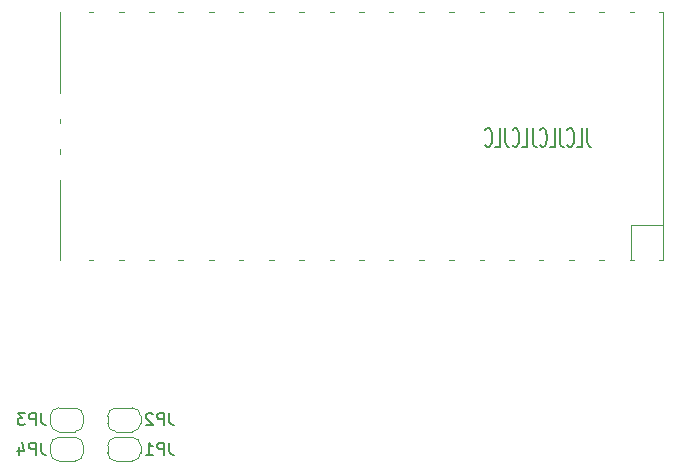
<source format=gbo>
G04 #@! TF.GenerationSoftware,KiCad,Pcbnew,(6.0.2)*
G04 #@! TF.CreationDate,2022-07-10T22:32:38+10:00*
G04 #@! TF.ProjectId,usb_xwitch,7573625f-7877-4697-9463-682e6b696361,0.1*
G04 #@! TF.SameCoordinates,Original*
G04 #@! TF.FileFunction,Legend,Bot*
G04 #@! TF.FilePolarity,Positive*
%FSLAX46Y46*%
G04 Gerber Fmt 4.6, Leading zero omitted, Abs format (unit mm)*
G04 Created by KiCad (PCBNEW (6.0.2)) date 2022-07-10 22:32:38*
%MOMM*%
%LPD*%
G01*
G04 APERTURE LIST*
G04 Aperture macros list*
%AMFreePoly0*
4,1,22,0.500000,-0.750000,0.000000,-0.750000,0.000000,-0.745033,-0.079941,-0.743568,-0.215256,-0.701293,-0.333266,-0.622738,-0.424486,-0.514219,-0.481581,-0.384460,-0.499164,-0.250000,-0.500000,-0.250000,-0.500000,0.250000,-0.499164,0.250000,-0.499963,0.256109,-0.478152,0.396186,-0.417904,0.524511,-0.324060,0.630769,-0.204165,0.706417,-0.067858,0.745374,0.000000,0.744959,0.000000,0.750000,
0.500000,0.750000,0.500000,-0.750000,0.500000,-0.750000,$1*%
%AMFreePoly1*
4,1,20,0.000000,0.744959,0.073905,0.744508,0.209726,0.703889,0.328688,0.626782,0.421226,0.519385,0.479903,0.390333,0.500000,0.250000,0.500000,-0.250000,0.499851,-0.262216,0.476331,-0.402017,0.414519,-0.529596,0.319384,-0.634700,0.198574,-0.708877,0.061801,-0.746166,0.000000,-0.745033,0.000000,-0.750000,-0.500000,-0.750000,-0.500000,0.750000,0.000000,0.750000,0.000000,0.744959,
0.000000,0.744959,$1*%
G04 Aperture macros list end*
%ADD10C,0.200000*%
%ADD11C,0.150000*%
%ADD12C,0.120000*%
%ADD13C,1.200000*%
%ADD14C,3.500000*%
%ADD15R,1.700000X1.700000*%
%ADD16O,1.700000X1.700000*%
%ADD17O,1.800000X1.800000*%
%ADD18O,1.500000X1.500000*%
%ADD19R,1.700000X3.500000*%
%ADD20R,3.500000X1.700000*%
%ADD21FreePoly0,0.000000*%
%ADD22FreePoly1,0.000000*%
G04 APERTURE END LIST*
D10*
X158857142Y-107323809D02*
X158857142Y-108466666D01*
X158900000Y-108695238D01*
X158985714Y-108847619D01*
X159114285Y-108923809D01*
X159200000Y-108923809D01*
X158000000Y-108923809D02*
X158428571Y-108923809D01*
X158428571Y-107323809D01*
X157185714Y-108771428D02*
X157228571Y-108847619D01*
X157357142Y-108923809D01*
X157442857Y-108923809D01*
X157571428Y-108847619D01*
X157657142Y-108695238D01*
X157700000Y-108542857D01*
X157742857Y-108238095D01*
X157742857Y-108009523D01*
X157700000Y-107704761D01*
X157657142Y-107552380D01*
X157571428Y-107400000D01*
X157442857Y-107323809D01*
X157357142Y-107323809D01*
X157228571Y-107400000D01*
X157185714Y-107476190D01*
X156542857Y-107323809D02*
X156542857Y-108466666D01*
X156585714Y-108695238D01*
X156671428Y-108847619D01*
X156800000Y-108923809D01*
X156885714Y-108923809D01*
X155685714Y-108923809D02*
X156114285Y-108923809D01*
X156114285Y-107323809D01*
X154871428Y-108771428D02*
X154914285Y-108847619D01*
X155042857Y-108923809D01*
X155128571Y-108923809D01*
X155257142Y-108847619D01*
X155342857Y-108695238D01*
X155385714Y-108542857D01*
X155428571Y-108238095D01*
X155428571Y-108009523D01*
X155385714Y-107704761D01*
X155342857Y-107552380D01*
X155257142Y-107400000D01*
X155128571Y-107323809D01*
X155042857Y-107323809D01*
X154914285Y-107400000D01*
X154871428Y-107476190D01*
X154228571Y-107323809D02*
X154228571Y-108466666D01*
X154271428Y-108695238D01*
X154357142Y-108847619D01*
X154485714Y-108923809D01*
X154571428Y-108923809D01*
X153371428Y-108923809D02*
X153800000Y-108923809D01*
X153800000Y-107323809D01*
X152557142Y-108771428D02*
X152600000Y-108847619D01*
X152728571Y-108923809D01*
X152814285Y-108923809D01*
X152942857Y-108847619D01*
X153028571Y-108695238D01*
X153071428Y-108542857D01*
X153114285Y-108238095D01*
X153114285Y-108009523D01*
X153071428Y-107704761D01*
X153028571Y-107552380D01*
X152942857Y-107400000D01*
X152814285Y-107323809D01*
X152728571Y-107323809D01*
X152600000Y-107400000D01*
X152557142Y-107476190D01*
X151914285Y-107323809D02*
X151914285Y-108466666D01*
X151957142Y-108695238D01*
X152042857Y-108847619D01*
X152171428Y-108923809D01*
X152257142Y-108923809D01*
X151057142Y-108923809D02*
X151485714Y-108923809D01*
X151485714Y-107323809D01*
X150242857Y-108771428D02*
X150285714Y-108847619D01*
X150414285Y-108923809D01*
X150500000Y-108923809D01*
X150628571Y-108847619D01*
X150714285Y-108695238D01*
X150757142Y-108542857D01*
X150800000Y-108238095D01*
X150800000Y-108009523D01*
X150757142Y-107704761D01*
X150714285Y-107552380D01*
X150628571Y-107400000D01*
X150500000Y-107323809D01*
X150414285Y-107323809D01*
X150285714Y-107400000D01*
X150242857Y-107476190D01*
D11*
X123483333Y-133952380D02*
X123483333Y-134666666D01*
X123530952Y-134809523D01*
X123626190Y-134904761D01*
X123769047Y-134952380D01*
X123864285Y-134952380D01*
X123007142Y-134952380D02*
X123007142Y-133952380D01*
X122626190Y-133952380D01*
X122530952Y-134000000D01*
X122483333Y-134047619D01*
X122435714Y-134142857D01*
X122435714Y-134285714D01*
X122483333Y-134380952D01*
X122530952Y-134428571D01*
X122626190Y-134476190D01*
X123007142Y-134476190D01*
X121483333Y-134952380D02*
X122054761Y-134952380D01*
X121769047Y-134952380D02*
X121769047Y-133952380D01*
X121864285Y-134095238D01*
X121959523Y-134190476D01*
X122054761Y-134238095D01*
X123483333Y-131452380D02*
X123483333Y-132166666D01*
X123530952Y-132309523D01*
X123626190Y-132404761D01*
X123769047Y-132452380D01*
X123864285Y-132452380D01*
X123007142Y-132452380D02*
X123007142Y-131452380D01*
X122626190Y-131452380D01*
X122530952Y-131500000D01*
X122483333Y-131547619D01*
X122435714Y-131642857D01*
X122435714Y-131785714D01*
X122483333Y-131880952D01*
X122530952Y-131928571D01*
X122626190Y-131976190D01*
X123007142Y-131976190D01*
X122054761Y-131547619D02*
X122007142Y-131500000D01*
X121911904Y-131452380D01*
X121673809Y-131452380D01*
X121578571Y-131500000D01*
X121530952Y-131547619D01*
X121483333Y-131642857D01*
X121483333Y-131738095D01*
X121530952Y-131880952D01*
X122102380Y-132452380D01*
X121483333Y-132452380D01*
X112633333Y-133952380D02*
X112633333Y-134666666D01*
X112680952Y-134809523D01*
X112776190Y-134904761D01*
X112919047Y-134952380D01*
X113014285Y-134952380D01*
X112157142Y-134952380D02*
X112157142Y-133952380D01*
X111776190Y-133952380D01*
X111680952Y-134000000D01*
X111633333Y-134047619D01*
X111585714Y-134142857D01*
X111585714Y-134285714D01*
X111633333Y-134380952D01*
X111680952Y-134428571D01*
X111776190Y-134476190D01*
X112157142Y-134476190D01*
X110728571Y-134285714D02*
X110728571Y-134952380D01*
X110966666Y-133904761D02*
X111204761Y-134619047D01*
X110585714Y-134619047D01*
X112633333Y-131452380D02*
X112633333Y-132166666D01*
X112680952Y-132309523D01*
X112776190Y-132404761D01*
X112919047Y-132452380D01*
X113014285Y-132452380D01*
X112157142Y-132452380D02*
X112157142Y-131452380D01*
X111776190Y-131452380D01*
X111680952Y-131500000D01*
X111633333Y-131547619D01*
X111585714Y-131642857D01*
X111585714Y-131785714D01*
X111633333Y-131880952D01*
X111680952Y-131928571D01*
X111776190Y-131976190D01*
X112157142Y-131976190D01*
X111252380Y-131452380D02*
X110633333Y-131452380D01*
X110966666Y-131833333D01*
X110823809Y-131833333D01*
X110728571Y-131880952D01*
X110680952Y-131928571D01*
X110633333Y-132023809D01*
X110633333Y-132261904D01*
X110680952Y-132357142D01*
X110728571Y-132404761D01*
X110823809Y-132452380D01*
X111109523Y-132452380D01*
X111204761Y-132404761D01*
X111252380Y-132357142D01*
D12*
X165250000Y-97500000D02*
X164950000Y-97500000D01*
X119650000Y-97500000D02*
X119250000Y-97500000D01*
X145050000Y-118500000D02*
X144650000Y-118500000D01*
X124650000Y-118500000D02*
X124250000Y-118500000D01*
X150150000Y-118500000D02*
X149750000Y-118500000D01*
X127250000Y-118500000D02*
X126850000Y-118500000D01*
X155150000Y-97500000D02*
X154750000Y-97500000D01*
X160250000Y-97500000D02*
X159850000Y-97500000D01*
X162583000Y-118500000D02*
X162583000Y-115493000D01*
X150150000Y-97500000D02*
X149750000Y-97500000D01*
X155150000Y-118500000D02*
X154750000Y-118500000D01*
X157750000Y-97500000D02*
X157350000Y-97500000D01*
X114250000Y-109500000D02*
X114250000Y-109100000D01*
X162850000Y-97500000D02*
X162450000Y-97500000D01*
X124650000Y-97500000D02*
X124250000Y-97500000D01*
X122150000Y-97500000D02*
X121750000Y-97500000D01*
X165250000Y-118500000D02*
X164950000Y-118500000D01*
X160250000Y-118500000D02*
X159850000Y-118500000D01*
X165250000Y-118500000D02*
X165250000Y-97500000D01*
X137450000Y-97500000D02*
X137050000Y-97500000D01*
X162850000Y-118500000D02*
X162450000Y-118500000D01*
X147550000Y-118500000D02*
X147150000Y-118500000D01*
X114250000Y-106900000D02*
X114250000Y-106500000D01*
X162583000Y-115493000D02*
X165250000Y-115493000D01*
X139950000Y-97500000D02*
X139550000Y-97500000D01*
X114250000Y-97500000D02*
X114250000Y-104300000D01*
X117050000Y-97500000D02*
X116650000Y-97500000D01*
X147550000Y-97500000D02*
X147150000Y-97500000D01*
X134850000Y-118500000D02*
X134450000Y-118500000D01*
X129750000Y-97500000D02*
X129350000Y-97500000D01*
X142450000Y-118500000D02*
X142050000Y-118500000D01*
X134850000Y-97500000D02*
X134450000Y-97500000D01*
X157750000Y-118500000D02*
X157350000Y-118500000D01*
X119650000Y-118500000D02*
X119250000Y-118500000D01*
X127250000Y-97500000D02*
X126850000Y-97500000D01*
X152650000Y-118500000D02*
X152250000Y-118500000D01*
X122150000Y-118500000D02*
X121750000Y-118500000D01*
X129750000Y-118500000D02*
X129350000Y-118500000D01*
X132350000Y-97500000D02*
X131950000Y-97500000D01*
X132350000Y-118500000D02*
X131950000Y-118500000D01*
X152650000Y-97500000D02*
X152250000Y-97500000D01*
X114250000Y-111700000D02*
X114250000Y-118500000D01*
X145050000Y-97500000D02*
X144650000Y-97500000D01*
X142450000Y-97500000D02*
X142050000Y-97500000D01*
X117050000Y-118500000D02*
X116650000Y-118500000D01*
X137450000Y-118500000D02*
X137050000Y-118500000D01*
X139950000Y-118500000D02*
X139550000Y-118500000D01*
X118950000Y-135500000D02*
X120350000Y-135500000D01*
X120350000Y-133500000D02*
X118950000Y-133500000D01*
X118250000Y-134200000D02*
X118250000Y-134800000D01*
X121050000Y-134800000D02*
X121050000Y-134200000D01*
X120350000Y-135500000D02*
G75*
G03*
X121050000Y-134800000I1J699999D01*
G01*
X118950000Y-133500000D02*
G75*
G03*
X118250000Y-134200000I-1J-699999D01*
G01*
X118250000Y-134800000D02*
G75*
G03*
X118950000Y-135500000I699999J-1D01*
G01*
X121050000Y-134200000D02*
G75*
G03*
X120350000Y-133500000I-699999J1D01*
G01*
X118250000Y-131700000D02*
X118250000Y-132300000D01*
X121050000Y-132300000D02*
X121050000Y-131700000D01*
X118950000Y-133000000D02*
X120350000Y-133000000D01*
X120350000Y-131000000D02*
X118950000Y-131000000D01*
X118950000Y-131000000D02*
G75*
G03*
X118250000Y-131700000I-1J-699999D01*
G01*
X121050000Y-131700000D02*
G75*
G03*
X120350000Y-131000000I-699999J1D01*
G01*
X118250000Y-132300000D02*
G75*
G03*
X118950000Y-133000000I699999J-1D01*
G01*
X120350000Y-133000000D02*
G75*
G03*
X121050000Y-132300000I1J699999D01*
G01*
X114100000Y-135500000D02*
X115500000Y-135500000D01*
X113400000Y-134200000D02*
X113400000Y-134800000D01*
X115500000Y-133500000D02*
X114100000Y-133500000D01*
X116200000Y-134800000D02*
X116200000Y-134200000D01*
X113400000Y-134800000D02*
G75*
G03*
X114100000Y-135500000I699999J-1D01*
G01*
X116200000Y-134200000D02*
G75*
G03*
X115500000Y-133500000I-699999J1D01*
G01*
X114100000Y-133500000D02*
G75*
G03*
X113400000Y-134200000I-1J-699999D01*
G01*
X115500000Y-135500000D02*
G75*
G03*
X116200000Y-134800000I1J699999D01*
G01*
X115500000Y-131000000D02*
X114100000Y-131000000D01*
X116200000Y-132300000D02*
X116200000Y-131700000D01*
X114100000Y-133000000D02*
X115500000Y-133000000D01*
X113400000Y-131700000D02*
X113400000Y-132300000D01*
X115500000Y-133000000D02*
G75*
G03*
X116200000Y-132300000I1J699999D01*
G01*
X116200000Y-131700000D02*
G75*
G03*
X115500000Y-131000000I-699999J1D01*
G01*
X114100000Y-131000000D02*
G75*
G03*
X113400000Y-131700000I-1J-699999D01*
G01*
X113400000Y-132300000D02*
G75*
G03*
X114100000Y-133000000I699999J-1D01*
G01*
%LPC*%
D13*
X154000000Y-90425000D03*
X151500000Y-90425000D03*
X149500000Y-90425000D03*
X147000000Y-90425000D03*
X146500000Y-91925000D03*
X148500000Y-91925000D03*
X150500000Y-91925000D03*
X152500000Y-91925000D03*
X154500000Y-91925000D03*
D14*
X157100000Y-88425000D03*
X143900000Y-88425000D03*
D15*
X108450000Y-82210000D03*
D16*
X108450000Y-84750000D03*
X110990000Y-82210000D03*
X110990000Y-84750000D03*
X113530000Y-82210000D03*
X113530000Y-84750000D03*
X116070000Y-82210000D03*
X116070000Y-84750000D03*
X118610000Y-82210000D03*
X118610000Y-84750000D03*
D13*
X129500000Y-126075000D03*
X132000000Y-126075000D03*
X134000000Y-126075000D03*
X136500000Y-126075000D03*
X137000000Y-124575000D03*
X135000000Y-124575000D03*
X133000000Y-124575000D03*
X131000000Y-124575000D03*
X129000000Y-124575000D03*
D14*
X139600000Y-128075000D03*
X126400000Y-128075000D03*
D13*
X110425000Y-110000000D03*
X110425000Y-112500000D03*
X110425000Y-114500000D03*
X110425000Y-117000000D03*
X111925000Y-117500000D03*
X111925000Y-115500000D03*
X111925000Y-113500000D03*
X111925000Y-111500000D03*
X111925000Y-109500000D03*
D14*
X108425000Y-120100000D03*
X108425000Y-106900000D03*
D15*
X102175000Y-123025000D03*
D16*
X104715000Y-123025000D03*
X102175000Y-125565000D03*
X104715000Y-125565000D03*
X102175000Y-128105000D03*
X104715000Y-128105000D03*
D13*
X147000000Y-126075000D03*
X149500000Y-126075000D03*
X151500000Y-126075000D03*
X154000000Y-126075000D03*
X154500000Y-124575000D03*
X152500000Y-124575000D03*
X150500000Y-124575000D03*
X148500000Y-124575000D03*
X146500000Y-124575000D03*
D14*
X157100000Y-128075000D03*
X143900000Y-128075000D03*
D13*
X136500000Y-90425000D03*
X134000000Y-90425000D03*
X132000000Y-90425000D03*
X129500000Y-90425000D03*
X129000000Y-91925000D03*
X131000000Y-91925000D03*
X133000000Y-91925000D03*
X135000000Y-91925000D03*
X137000000Y-91925000D03*
D14*
X139600000Y-88425000D03*
X126400000Y-88425000D03*
D13*
X110425000Y-92500000D03*
X110425000Y-95000000D03*
X110425000Y-97000000D03*
X110425000Y-99500000D03*
X111925000Y-100000000D03*
X111925000Y-98000000D03*
X111925000Y-96000000D03*
X111925000Y-94000000D03*
X111925000Y-92000000D03*
D14*
X108425000Y-102600000D03*
X108425000Y-89400000D03*
D13*
X112000000Y-126075000D03*
X114500000Y-126075000D03*
X116500000Y-126075000D03*
X119000000Y-126075000D03*
X119500000Y-124575000D03*
X117500000Y-124575000D03*
X115500000Y-124575000D03*
X113500000Y-124575000D03*
X111500000Y-124575000D03*
D14*
X122100000Y-128075000D03*
X108900000Y-128075000D03*
D17*
X163750000Y-105275000D03*
D18*
X160720000Y-110425000D03*
D17*
X163750000Y-110725000D03*
D18*
X160720000Y-105575000D03*
D19*
X163880000Y-117790000D03*
X161340000Y-117790000D03*
X158800000Y-117790000D03*
X156260000Y-117790000D03*
X153720000Y-117790000D03*
X151180000Y-117790000D03*
X148640000Y-117790000D03*
X146100000Y-117790000D03*
X143560000Y-117790000D03*
X141020000Y-117790000D03*
X138480000Y-117790000D03*
X135940000Y-117790000D03*
X133400000Y-117790000D03*
X130860000Y-117790000D03*
X128320000Y-117790000D03*
X125780000Y-117790000D03*
X123240000Y-117790000D03*
X120700000Y-117790000D03*
X118160000Y-117790000D03*
X115620000Y-117790000D03*
X115620000Y-98210000D03*
X118160000Y-98210000D03*
X120700000Y-98210000D03*
X123240000Y-98210000D03*
X125780000Y-98210000D03*
X128320000Y-98210000D03*
X130860000Y-98210000D03*
X133400000Y-98210000D03*
X135940000Y-98210000D03*
X138480000Y-98210000D03*
X141020000Y-98210000D03*
X143560000Y-98210000D03*
X146100000Y-98210000D03*
X148640000Y-98210000D03*
X151180000Y-98210000D03*
X153720000Y-98210000D03*
X156260000Y-98210000D03*
X158800000Y-98210000D03*
X161340000Y-98210000D03*
X163880000Y-98210000D03*
D20*
X114950000Y-110540000D03*
X114950000Y-108000000D03*
X114950000Y-105460000D03*
D21*
X119000000Y-134500000D03*
D22*
X120300000Y-134500000D03*
D21*
X119000000Y-132000000D03*
D22*
X120300000Y-132000000D03*
D21*
X114150000Y-134500000D03*
D22*
X115450000Y-134500000D03*
D21*
X114150000Y-132000000D03*
D22*
X115450000Y-132000000D03*
M02*

</source>
